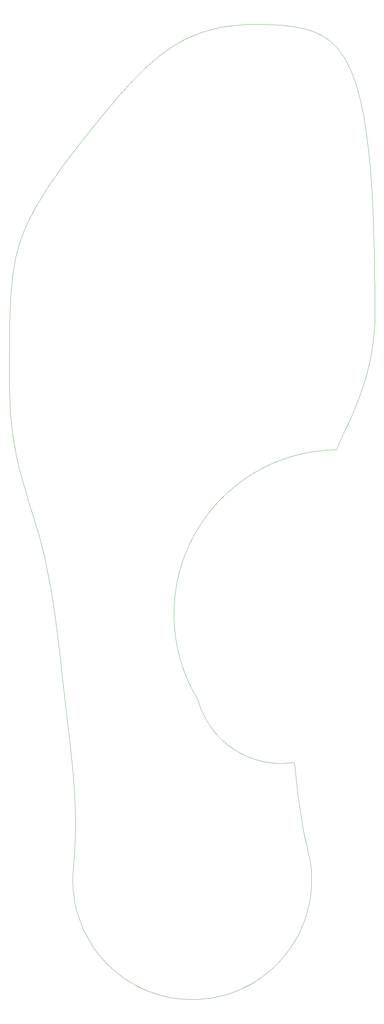
<source format=gbr>
G04 #@! TF.GenerationSoftware,KiCad,Pcbnew,(5.0.0)*
G04 #@! TF.CreationDate,2019-11-18T10:43:10+01:00*
G04 #@! TF.ProjectId,Insole_PCB,496E736F6C655F5043422E6B69636164,rev?*
G04 #@! TF.SameCoordinates,Original*
G04 #@! TF.FileFunction,Other,ECO2*
%FSLAX46Y46*%
G04 Gerber Fmt 4.6, Leading zero omitted, Abs format (unit mm)*
G04 Created by KiCad (PCBNEW (5.0.0)) date 11/18/19 10:43:10*
%MOMM*%
%LPD*%
G01*
G04 APERTURE LIST*
%ADD10C,0.100000*%
G04 APERTURE END LIST*
D10*
X211548356Y-131247841D02*
G75*
G03X173529453Y-199850707I481097J-45102866D01*
G01*
X173529453Y-199850707D02*
G75*
G03X200024786Y-217077384I22873048J6190891D01*
G01*
X204677533Y-247248836D02*
X204741333Y-249184347D01*
X203356393Y-258733637D02*
X202745343Y-260571267D01*
X201203853Y-264122617D02*
X200278783Y-265823957D01*
X204208433Y-243405910D02*
X204499683Y-245320449D01*
X202026993Y-262369687D02*
X201203853Y-264122617D01*
X204690933Y-251120267D02*
X204526463Y-253049837D01*
X204741333Y-249184347D02*
X204690933Y-251120267D01*
X192791493Y-274632277D02*
X191261373Y-275819307D01*
X198136093Y-269048407D02*
X196925923Y-270560287D01*
X200278783Y-265823957D02*
X199255013Y-267467797D01*
X204248513Y-254966367D02*
X203858033Y-256863167D01*
X204526463Y-253049837D02*
X204248513Y-254966367D01*
X204499683Y-245320449D02*
X204677533Y-247248836D01*
X202745343Y-260571267D02*
X202026993Y-262369687D01*
X203858033Y-256863167D02*
X203356393Y-258733637D01*
X186289483Y-278811777D02*
X184524233Y-279608147D01*
X188004703Y-277912697D02*
X186289483Y-278811777D01*
X194248963Y-273357087D02*
X192791493Y-274632277D01*
X199255013Y-267467797D02*
X198136093Y-269048407D01*
X189663923Y-276914057D02*
X188004703Y-277912697D01*
X191261373Y-275819307D02*
X189663923Y-276914057D01*
X195628703Y-271998177D02*
X194248963Y-273357087D01*
X196925923Y-270560287D02*
X195628703Y-271998177D01*
X221954063Y-98721065D02*
X221706474Y-101243072D01*
X216761501Y-119584791D02*
X215857941Y-121713224D01*
X217618969Y-117430963D02*
X216761501Y-119584791D01*
X221366619Y-103705448D02*
X220938404Y-106111675D01*
X221706474Y-101243072D02*
X221366619Y-103705448D01*
X222105483Y-96135944D02*
X222042043Y-97436615D01*
X220425739Y-108465240D02*
X219832523Y-110769634D01*
X220938404Y-106111675D02*
X220425739Y-108465240D01*
X213945483Y-125912626D02*
X211549453Y-131240707D01*
X222042043Y-97436615D02*
X221954063Y-98721065D01*
X215857941Y-121713224D02*
X214916523Y-123820942D01*
X218422115Y-115247059D02*
X217618969Y-117430963D01*
X219832523Y-110769634D02*
X219162697Y-113028400D01*
X214916523Y-123820942D02*
X213945483Y-125912626D01*
X219162697Y-113028400D02*
X218422115Y-115247059D01*
X201703813Y-230926216D02*
X202065143Y-233110252D01*
X200288653Y-219548683D02*
X200523013Y-221879776D01*
X202875213Y-237379287D02*
X203325083Y-239463028D01*
X203325083Y-239463028D02*
X203805563Y-241512047D01*
X201062683Y-226461929D02*
X201370053Y-228709640D01*
X200780683Y-224184753D02*
X201062683Y-226461929D01*
X200523013Y-221879776D02*
X200780683Y-224184753D01*
X200049453Y-217070707D02*
X200289453Y-219560707D01*
X203805563Y-241512047D02*
X204208433Y-243405910D01*
X201370053Y-228709640D02*
X201703813Y-230926216D01*
X202065143Y-233110252D02*
X202455403Y-235261474D01*
X202455403Y-235261474D02*
X202875213Y-237379287D01*
X220858351Y-53608276D02*
X221042250Y-55874260D01*
X222143913Y-94818622D02*
X222105483Y-96135944D01*
X222131793Y-86652752D02*
X222150633Y-90018245D01*
X218170210Y-35278487D02*
X218510821Y-36776447D01*
X222156833Y-93484218D02*
X222143913Y-94818622D01*
X217441023Y-32491027D02*
X217813571Y-33850547D01*
X222150633Y-90018245D02*
X222156833Y-93484218D01*
X218510821Y-36776447D02*
X218835288Y-38346007D01*
X219435526Y-41703027D02*
X219711581Y-43492757D01*
X221042250Y-55874260D02*
X221211413Y-58224388D01*
X219971835Y-45358477D02*
X220216456Y-47301537D01*
X218835288Y-38346007D02*
X219143488Y-39987897D01*
X222100183Y-83386368D02*
X222131793Y-86652752D01*
X221506243Y-63182495D02*
X221632269Y-65793205D01*
X220216456Y-47301537D02*
X220445632Y-49323272D01*
X219143488Y-39987897D02*
X219435526Y-41703027D01*
X222055623Y-80217735D02*
X222100183Y-83386368D01*
X221997923Y-77145492D02*
X222055623Y-80217735D01*
X221366019Y-60660011D02*
X221506243Y-63182495D01*
X221926923Y-74168281D02*
X221997923Y-77145492D01*
X221211413Y-58224388D02*
X221366019Y-60660011D01*
X221842433Y-71284736D02*
X221926923Y-74168281D01*
X221632269Y-65793205D02*
X221744273Y-68493500D01*
X221744273Y-68493500D02*
X221842433Y-71284736D01*
X220445632Y-49323272D02*
X220659537Y-51425064D01*
X219711581Y-43492757D02*
X219971835Y-45358477D01*
X217813571Y-33850547D02*
X218170210Y-35278487D01*
X220659537Y-51425064D02*
X220858351Y-53608276D01*
X204442723Y-16138047D02*
X205222513Y-16417487D01*
X190539843Y-14465567D02*
X191722113Y-14480667D01*
X203635393Y-15884357D02*
X204442723Y-16138047D01*
X201044633Y-15270177D02*
X201936493Y-15451567D01*
X176717043Y-16003007D02*
X177904643Y-15699957D01*
X193997843Y-14546467D02*
X195091583Y-14599367D01*
X177904643Y-15699957D02*
X179138383Y-15425277D01*
X155862423Y-29589287D02*
X157180373Y-28233697D01*
X170411623Y-18340627D02*
X171375483Y-17894597D01*
X164386693Y-21966077D02*
X165999923Y-20850947D01*
X157180373Y-28233697D02*
X158530183Y-26905187D01*
X189327813Y-14460567D02*
X190539843Y-14465567D01*
X173401383Y-17067037D02*
X174467613Y-16687657D01*
X161353123Y-24350227D02*
X162840113Y-23134197D01*
X187684123Y-14482167D02*
X189327813Y-14460567D01*
X196156083Y-14667167D02*
X197191473Y-14751067D01*
X174467613Y-16687657D02*
X175572133Y-16332627D01*
X168571693Y-19291917D02*
X169477723Y-18806767D01*
X201936493Y-15451567D02*
X202800033Y-15655917D01*
X183147713Y-14791067D02*
X184597173Y-14649367D01*
X214397551Y-24756547D02*
X214878192Y-25681687D01*
X213391463Y-23071727D02*
X213901943Y-23887097D01*
X207410383Y-17417387D02*
X208092833Y-17810727D01*
X181756823Y-14968907D02*
X183147713Y-14791067D01*
X215343741Y-26664097D02*
X215794081Y-27705377D01*
X214878192Y-25681687D02*
X215343741Y-26664097D01*
X210014993Y-19197067D02*
X210617603Y-19734207D01*
X192874733Y-14507267D02*
X193997843Y-14546467D01*
X205222513Y-16417487D02*
X205976313Y-16722647D01*
X179138383Y-15425277D02*
X180421413Y-15180957D01*
X199175473Y-14971617D02*
X200124343Y-15110567D01*
X184597173Y-14649367D02*
X186108273Y-14545767D01*
X198197893Y-14852157D02*
X199175473Y-14971617D01*
X216229098Y-28807117D02*
X216648673Y-29970907D01*
X167691433Y-19795047D02*
X168571693Y-19291917D01*
X211202993Y-20311957D02*
X211772233Y-20932217D01*
X216648673Y-29970907D02*
X217052687Y-31198347D01*
X210617603Y-19734207D02*
X211202993Y-20311957D01*
X191722113Y-14480667D02*
X192874733Y-14507267D01*
X195091583Y-14599367D02*
X196156083Y-14667167D01*
X165999923Y-20850947D02*
X167691433Y-19795047D01*
X162840113Y-23134197D02*
X164386693Y-21966077D01*
X217052687Y-31198347D02*
X217441023Y-32491027D01*
X208753703Y-18237217D02*
X209394053Y-18698697D01*
X202800033Y-15655917D02*
X203635393Y-15884357D01*
X200124343Y-15110567D02*
X201044633Y-15270177D01*
X175572133Y-16332627D02*
X176717043Y-16003007D01*
X180421413Y-15180957D02*
X181756823Y-14968907D01*
X169477723Y-18806767D02*
X170411623Y-18340627D01*
X158530183Y-26905187D02*
X159918783Y-25608967D01*
X186108273Y-14545767D02*
X187684123Y-14482167D01*
X215794081Y-27705377D02*
X216229098Y-28807117D01*
X213901943Y-23887097D02*
X214397551Y-24756547D01*
X171375483Y-17894597D02*
X172371373Y-17469697D01*
X208092833Y-17810727D02*
X208753703Y-18237217D01*
X212326423Y-21596847D02*
X212866253Y-22308847D01*
X206705233Y-17055317D02*
X207410383Y-17417387D01*
X211772233Y-20932217D02*
X212326423Y-21596847D01*
X212866253Y-22308847D02*
X213391463Y-23071727D01*
X209394053Y-18698697D02*
X210014993Y-19197067D01*
X197191473Y-14751067D02*
X198197893Y-14852157D01*
X172371373Y-17469697D02*
X173401383Y-17067037D01*
X159918783Y-25608967D02*
X161353123Y-24350227D01*
X205976313Y-16722647D02*
X206705233Y-17055317D01*
X128710273Y-64978889D02*
X129498783Y-63601745D01*
X124381993Y-74869842D02*
X124868833Y-73382232D01*
X122871843Y-81427772D02*
X123184553Y-79671355D01*
X154569433Y-30966747D02*
X155862423Y-29589287D01*
X152042553Y-33770497D02*
X154569433Y-30966747D01*
X123184553Y-79671355D02*
X123539913Y-78003799D01*
X123539913Y-78003799D02*
X123939033Y-76407165D01*
X142522793Y-45278197D02*
X144831853Y-42392807D01*
X149584713Y-36622327D02*
X152042553Y-33770497D01*
X123939033Y-76407165D02*
X124381993Y-74869842D01*
X147184833Y-39502867D02*
X149584713Y-36622327D01*
X124868833Y-73382232D02*
X125399583Y-71934753D01*
X144831853Y-42392807D02*
X147184833Y-39502867D01*
X138085853Y-51015189D02*
X140269773Y-48153957D01*
X131188773Y-60843650D02*
X132086513Y-59459617D01*
X122730993Y-82345290D02*
X122871843Y-81427772D01*
X127961923Y-66356834D02*
X128710273Y-64978889D01*
X130325573Y-62223846D02*
X131188773Y-60843650D01*
X133016913Y-58070190D02*
X133978083Y-56673835D01*
X125399583Y-71934753D02*
X125974273Y-70517799D01*
X126592933Y-69121780D02*
X127255603Y-67737121D01*
X140269773Y-48153957D02*
X142522793Y-45278197D01*
X135984113Y-53856994D02*
X138085853Y-51015189D01*
X133978083Y-56673835D02*
X135984113Y-53856994D01*
X132086513Y-59459617D02*
X133016913Y-58070190D01*
X129498783Y-63601745D02*
X130325573Y-62223846D01*
X127255603Y-67737121D02*
X127961923Y-66356834D01*
X125974273Y-70517799D02*
X126592933Y-69121780D01*
X121671673Y-108338718D02*
X121674673Y-106387599D01*
X121741673Y-97836337D02*
X121769573Y-96340396D01*
X121689673Y-102737609D02*
X121702373Y-101031150D01*
X137413783Y-203893630D02*
X137159693Y-201717857D01*
X136378673Y-194985114D02*
X136113403Y-192673999D01*
X130259753Y-156441292D02*
X129735473Y-154523993D01*
X121680673Y-104521831D02*
X121689673Y-102737609D01*
X136641743Y-197263118D02*
X136378673Y-194985114D01*
X122873613Y-129022586D02*
X122564373Y-126945861D01*
X121669673Y-110378970D02*
X121671673Y-108338718D01*
X135575443Y-187960597D02*
X135013503Y-183175983D01*
X123605073Y-132962283D02*
X123221573Y-131024972D01*
X125943503Y-142001363D02*
X124937033Y-138476397D01*
X129198973Y-152654507D02*
X128654303Y-150824933D01*
X133008463Y-169054156D02*
X132604753Y-166821035D01*
X121674673Y-106387599D02*
X121680673Y-104521831D01*
X139013393Y-218248588D02*
X138605443Y-214274047D01*
X122564373Y-126945861D02*
X122297023Y-124785535D01*
X121899173Y-120182616D02*
X121772103Y-117731435D01*
X137159693Y-201717857D02*
X136902213Y-199507526D01*
X121727103Y-116466886D02*
X121694803Y-115175780D01*
X128654303Y-150824933D02*
X128105343Y-149027432D01*
X129735473Y-154523993D02*
X129198973Y-152654507D01*
X134409953Y-178386279D02*
X133747413Y-173657123D01*
X122297023Y-124785535D02*
X122074623Y-122532819D01*
X124020933Y-134843782D02*
X123605073Y-132962283D01*
X122090773Y-88551456D02*
X122174073Y-87421664D01*
X128105343Y-149027432D02*
X127009903Y-145497289D01*
X127009903Y-145497289D02*
X125943503Y-142001363D01*
X132604753Y-166821035D02*
X132177423Y-164639947D01*
X136113403Y-192673999D02*
X135575443Y-187960597D01*
X137910173Y-208139709D02*
X137664093Y-206034362D01*
X138150443Y-210212253D02*
X137910173Y-208139709D01*
X121893773Y-92212939D02*
X121950873Y-90944705D01*
X124937033Y-138476397D02*
X124465973Y-136678732D01*
X131727883Y-162511160D02*
X131257493Y-160434943D01*
X122074623Y-122532819D02*
X121899173Y-120182616D01*
X122600223Y-83292197D02*
X122730993Y-82345290D01*
X124465973Y-136678732D02*
X124020933Y-134843782D01*
X122174073Y-87421664D02*
X122266473Y-86333236D01*
X121675303Y-113857680D02*
X121669303Y-112512157D01*
X132177423Y-164639947D02*
X131727883Y-162511160D01*
X122479343Y-84270896D02*
X122600223Y-83292197D01*
X122368153Y-85283778D02*
X122479343Y-84270896D01*
X136902213Y-199507526D02*
X136641743Y-197263118D01*
X122266473Y-86333236D02*
X122368153Y-85283778D01*
X137664093Y-206034362D02*
X137413783Y-203893630D01*
X133388573Y-171335763D02*
X133008463Y-169054156D01*
X122016473Y-89725005D02*
X122090773Y-88551456D01*
X121950873Y-90944705D02*
X122016473Y-89725005D01*
X121803773Y-94907046D02*
X121844973Y-93532493D01*
X121694803Y-115175780D02*
X121675303Y-113857680D01*
X121719473Y-99398654D02*
X121741673Y-97836337D01*
X121702373Y-101031150D02*
X121719473Y-99398654D01*
X133747413Y-173657123D02*
X133388573Y-171335763D01*
X130767653Y-158411565D02*
X130259753Y-156441292D01*
X135013503Y-183175983D02*
X134409953Y-178386279D01*
X131257493Y-160434943D02*
X130767653Y-158411565D01*
X121669303Y-112512157D02*
X121669673Y-110378970D01*
X121772103Y-117731435D02*
X121727103Y-116466886D01*
X123221573Y-131024972D02*
X122873613Y-129022586D01*
X138605443Y-214274047D02*
X138150443Y-210212253D01*
X121844973Y-93532493D02*
X121893773Y-92212939D01*
X121769573Y-96340396D02*
X121803773Y-94907046D01*
X146122153Y-269610877D02*
X144969303Y-268054837D01*
X163641763Y-281068317D02*
X161782863Y-280525357D01*
X180868383Y-280882087D02*
X178990493Y-281355197D01*
X171299133Y-282121517D02*
X169364803Y-282028217D01*
X144969303Y-268054837D02*
X143910213Y-266433527D01*
X148692753Y-272505737D02*
X147364743Y-271096227D01*
X139181083Y-251828707D02*
X139088783Y-249894337D01*
X140679973Y-259411427D02*
X140137993Y-257552237D01*
X139387253Y-253754277D02*
X139181083Y-251828707D01*
X139437793Y-243942931D02*
X139591363Y-241884772D01*
X175167443Y-281965537D02*
X173235583Y-282100617D01*
X177087973Y-281716767D02*
X175167443Y-281965537D01*
X142087713Y-263017877D02*
X141330633Y-261235417D01*
X153141703Y-276231507D02*
X151586263Y-275077847D01*
X167439343Y-281821047D02*
X165529453Y-281500707D01*
X141330633Y-261235417D02*
X140679973Y-259411427D01*
X147364743Y-271096227D02*
X146122153Y-269610877D01*
X156442893Y-278253967D02*
X154762453Y-277291447D01*
X139088783Y-249894337D02*
X139110783Y-247957893D01*
X151586263Y-275077847D02*
X150101563Y-273834477D01*
X139706593Y-255664327D02*
X139387253Y-253754277D01*
X139358713Y-222164420D02*
X139013393Y-218248588D01*
X139625803Y-226050109D02*
X139358713Y-222164420D01*
X139798143Y-229936111D02*
X139625803Y-226050109D01*
X139842543Y-231891044D02*
X139798143Y-229936111D01*
X139857043Y-233857612D02*
X139842543Y-231891044D01*
X159959213Y-279873747D02*
X158177153Y-279115737D01*
X161782863Y-280525357D02*
X159959213Y-279873747D01*
X142948563Y-264752597D02*
X142087713Y-263017877D01*
X158177153Y-279115737D02*
X156442893Y-278253967D01*
X139840443Y-235838035D02*
X139857043Y-233857612D01*
X139791443Y-237834548D02*
X139840443Y-235838035D01*
X139708843Y-239849387D02*
X139791443Y-237834548D01*
X182715103Y-280299047D02*
X180868383Y-280882087D01*
X184524233Y-279608147D02*
X182715103Y-280299047D01*
X139591363Y-241884772D02*
X139708843Y-239849387D01*
X178990493Y-281355197D02*
X177087973Y-281716767D01*
X169364803Y-282028217D02*
X167439343Y-281821047D01*
X139246883Y-246026119D02*
X139437793Y-243942931D01*
X139110783Y-247957893D02*
X139246883Y-246026119D01*
X140137993Y-257552237D02*
X139706593Y-255664327D01*
X154762453Y-277291447D02*
X153141703Y-276231507D01*
X173235583Y-282100617D02*
X171299133Y-282121517D01*
X143910213Y-266433527D02*
X142948563Y-264752597D01*
X150101563Y-273834477D02*
X148692753Y-272505737D01*
X165529453Y-281500707D02*
X163641763Y-281068317D01*
M02*

</source>
